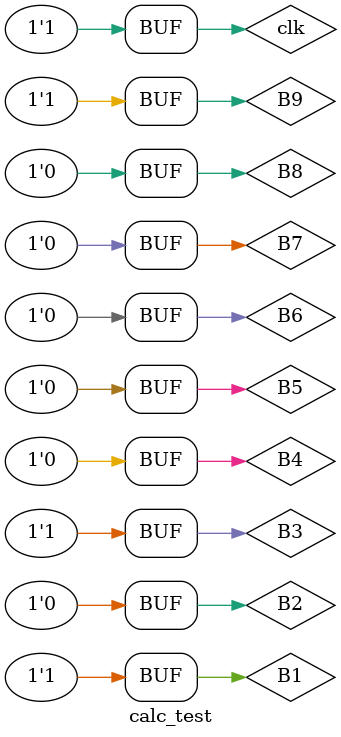
<source format=v>
`timescale 1ns / 1ps


module calc_test();
reg clk, B1, B2,B3,B4,B5,B6,B7,B8,B9;
wire [0:6] result, seg;
wire [0:3] en;
wire dot;
calc uut ( clk, B1, B2,B3,B4,B5,B6,B7,B8,B9, result, dot ,seg,en);
always begin clk=0; #10 clk=1; end
initial begin
B1= 4'd5;
B2= 4'd2;
B3 = 4'd3;
B4= 4'd6;
B5=1;
B6=0;
B7=0;
B8=0;
B9=0;
#10
B1= 4'd5;
B2=4'd2;
B3 =4'd3;
B4=4'd6;
B5=0;
B6=1;
B7=0;
B8=0;
B9=0;
#10
B1= 4'd5;
B2=4'd2;
B3 =4'd3;
B4=4'd6;
B5=0;
B6=0;
B7=1;
B8=0;
B9=0;
#10
B1= 4'd5;
B2=4'd2;
B3 =4'd3;
B4=4'd6;
B5=0;
B6=0;
B7=0;
B8=1;
B9=0;
#10
B1= 4'd5;
B2=4'd2;
B3 =4'd3;
B4=4'd6;
B5=0;
B6=0;
B7=0;
B8=0;
B9=1;
end
endmodule

</source>
